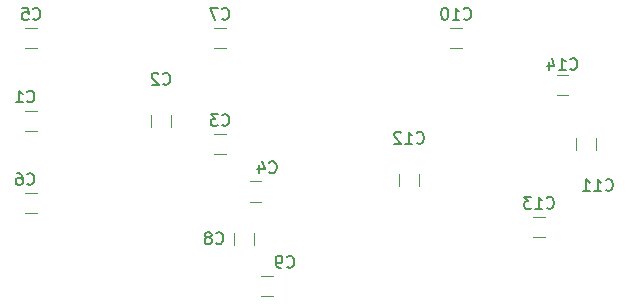
<source format=gbo>
G04 #@! TF.FileFunction,Legend,Bot*
%FSLAX46Y46*%
G04 Gerber Fmt 4.6, Leading zero omitted, Abs format (unit mm)*
G04 Created by KiCad (PCBNEW 4.0.7-e2-6376~61~ubuntu18.04.1) date Thu Feb 13 11:23:38 2020*
%MOMM*%
%LPD*%
G01*
G04 APERTURE LIST*
%ADD10C,0.100000*%
%ADD11C,0.120000*%
%ADD12C,0.150000*%
G04 APERTURE END LIST*
D10*
D11*
X71500000Y-110150000D02*
X72500000Y-110150000D01*
X72500000Y-111850000D02*
X71500000Y-111850000D01*
X83850000Y-110500000D02*
X83850000Y-111500000D01*
X82150000Y-111500000D02*
X82150000Y-110500000D01*
X87500000Y-112150000D02*
X88500000Y-112150000D01*
X88500000Y-113850000D02*
X87500000Y-113850000D01*
X90500000Y-116150000D02*
X91500000Y-116150000D01*
X91500000Y-117850000D02*
X90500000Y-117850000D01*
X72500000Y-104850000D02*
X71500000Y-104850000D01*
X71500000Y-103150000D02*
X72500000Y-103150000D01*
X72500000Y-118850000D02*
X71500000Y-118850000D01*
X71500000Y-117150000D02*
X72500000Y-117150000D01*
X88500000Y-104850000D02*
X87500000Y-104850000D01*
X87500000Y-103150000D02*
X88500000Y-103150000D01*
X90850000Y-120500000D02*
X90850000Y-121500000D01*
X89150000Y-121500000D02*
X89150000Y-120500000D01*
X92500000Y-125850000D02*
X91500000Y-125850000D01*
X91500000Y-124150000D02*
X92500000Y-124150000D01*
X108500000Y-104850000D02*
X107500000Y-104850000D01*
X107500000Y-103150000D02*
X108500000Y-103150000D01*
X119850000Y-112500000D02*
X119850000Y-113500000D01*
X118150000Y-113500000D02*
X118150000Y-112500000D01*
X104850000Y-115500000D02*
X104850000Y-116500000D01*
X103150000Y-116500000D02*
X103150000Y-115500000D01*
X114500000Y-119150000D02*
X115500000Y-119150000D01*
X115500000Y-120850000D02*
X114500000Y-120850000D01*
X116500000Y-107150000D02*
X117500000Y-107150000D01*
X117500000Y-108850000D02*
X116500000Y-108850000D01*
D12*
X71666666Y-109357143D02*
X71714285Y-109404762D01*
X71857142Y-109452381D01*
X71952380Y-109452381D01*
X72095238Y-109404762D01*
X72190476Y-109309524D01*
X72238095Y-109214286D01*
X72285714Y-109023810D01*
X72285714Y-108880952D01*
X72238095Y-108690476D01*
X72190476Y-108595238D01*
X72095238Y-108500000D01*
X71952380Y-108452381D01*
X71857142Y-108452381D01*
X71714285Y-108500000D01*
X71666666Y-108547619D01*
X70714285Y-109452381D02*
X71285714Y-109452381D01*
X71000000Y-109452381D02*
X71000000Y-108452381D01*
X71095238Y-108595238D01*
X71190476Y-108690476D01*
X71285714Y-108738095D01*
X83166666Y-107857143D02*
X83214285Y-107904762D01*
X83357142Y-107952381D01*
X83452380Y-107952381D01*
X83595238Y-107904762D01*
X83690476Y-107809524D01*
X83738095Y-107714286D01*
X83785714Y-107523810D01*
X83785714Y-107380952D01*
X83738095Y-107190476D01*
X83690476Y-107095238D01*
X83595238Y-107000000D01*
X83452380Y-106952381D01*
X83357142Y-106952381D01*
X83214285Y-107000000D01*
X83166666Y-107047619D01*
X82785714Y-107047619D02*
X82738095Y-107000000D01*
X82642857Y-106952381D01*
X82404761Y-106952381D01*
X82309523Y-107000000D01*
X82261904Y-107047619D01*
X82214285Y-107142857D01*
X82214285Y-107238095D01*
X82261904Y-107380952D01*
X82833333Y-107952381D01*
X82214285Y-107952381D01*
X88166666Y-111357143D02*
X88214285Y-111404762D01*
X88357142Y-111452381D01*
X88452380Y-111452381D01*
X88595238Y-111404762D01*
X88690476Y-111309524D01*
X88738095Y-111214286D01*
X88785714Y-111023810D01*
X88785714Y-110880952D01*
X88738095Y-110690476D01*
X88690476Y-110595238D01*
X88595238Y-110500000D01*
X88452380Y-110452381D01*
X88357142Y-110452381D01*
X88214285Y-110500000D01*
X88166666Y-110547619D01*
X87833333Y-110452381D02*
X87214285Y-110452381D01*
X87547619Y-110833333D01*
X87404761Y-110833333D01*
X87309523Y-110880952D01*
X87261904Y-110928571D01*
X87214285Y-111023810D01*
X87214285Y-111261905D01*
X87261904Y-111357143D01*
X87309523Y-111404762D01*
X87404761Y-111452381D01*
X87690476Y-111452381D01*
X87785714Y-111404762D01*
X87833333Y-111357143D01*
X92166666Y-115357143D02*
X92214285Y-115404762D01*
X92357142Y-115452381D01*
X92452380Y-115452381D01*
X92595238Y-115404762D01*
X92690476Y-115309524D01*
X92738095Y-115214286D01*
X92785714Y-115023810D01*
X92785714Y-114880952D01*
X92738095Y-114690476D01*
X92690476Y-114595238D01*
X92595238Y-114500000D01*
X92452380Y-114452381D01*
X92357142Y-114452381D01*
X92214285Y-114500000D01*
X92166666Y-114547619D01*
X91309523Y-114785714D02*
X91309523Y-115452381D01*
X91547619Y-114404762D02*
X91785714Y-115119048D01*
X91166666Y-115119048D01*
X72166666Y-102357143D02*
X72214285Y-102404762D01*
X72357142Y-102452381D01*
X72452380Y-102452381D01*
X72595238Y-102404762D01*
X72690476Y-102309524D01*
X72738095Y-102214286D01*
X72785714Y-102023810D01*
X72785714Y-101880952D01*
X72738095Y-101690476D01*
X72690476Y-101595238D01*
X72595238Y-101500000D01*
X72452380Y-101452381D01*
X72357142Y-101452381D01*
X72214285Y-101500000D01*
X72166666Y-101547619D01*
X71261904Y-101452381D02*
X71738095Y-101452381D01*
X71785714Y-101928571D01*
X71738095Y-101880952D01*
X71642857Y-101833333D01*
X71404761Y-101833333D01*
X71309523Y-101880952D01*
X71261904Y-101928571D01*
X71214285Y-102023810D01*
X71214285Y-102261905D01*
X71261904Y-102357143D01*
X71309523Y-102404762D01*
X71404761Y-102452381D01*
X71642857Y-102452381D01*
X71738095Y-102404762D01*
X71785714Y-102357143D01*
X71666666Y-116357143D02*
X71714285Y-116404762D01*
X71857142Y-116452381D01*
X71952380Y-116452381D01*
X72095238Y-116404762D01*
X72190476Y-116309524D01*
X72238095Y-116214286D01*
X72285714Y-116023810D01*
X72285714Y-115880952D01*
X72238095Y-115690476D01*
X72190476Y-115595238D01*
X72095238Y-115500000D01*
X71952380Y-115452381D01*
X71857142Y-115452381D01*
X71714285Y-115500000D01*
X71666666Y-115547619D01*
X70809523Y-115452381D02*
X71000000Y-115452381D01*
X71095238Y-115500000D01*
X71142857Y-115547619D01*
X71238095Y-115690476D01*
X71285714Y-115880952D01*
X71285714Y-116261905D01*
X71238095Y-116357143D01*
X71190476Y-116404762D01*
X71095238Y-116452381D01*
X70904761Y-116452381D01*
X70809523Y-116404762D01*
X70761904Y-116357143D01*
X70714285Y-116261905D01*
X70714285Y-116023810D01*
X70761904Y-115928571D01*
X70809523Y-115880952D01*
X70904761Y-115833333D01*
X71095238Y-115833333D01*
X71190476Y-115880952D01*
X71238095Y-115928571D01*
X71285714Y-116023810D01*
X88166666Y-102357143D02*
X88214285Y-102404762D01*
X88357142Y-102452381D01*
X88452380Y-102452381D01*
X88595238Y-102404762D01*
X88690476Y-102309524D01*
X88738095Y-102214286D01*
X88785714Y-102023810D01*
X88785714Y-101880952D01*
X88738095Y-101690476D01*
X88690476Y-101595238D01*
X88595238Y-101500000D01*
X88452380Y-101452381D01*
X88357142Y-101452381D01*
X88214285Y-101500000D01*
X88166666Y-101547619D01*
X87833333Y-101452381D02*
X87166666Y-101452381D01*
X87595238Y-102452381D01*
X87666666Y-121357143D02*
X87714285Y-121404762D01*
X87857142Y-121452381D01*
X87952380Y-121452381D01*
X88095238Y-121404762D01*
X88190476Y-121309524D01*
X88238095Y-121214286D01*
X88285714Y-121023810D01*
X88285714Y-120880952D01*
X88238095Y-120690476D01*
X88190476Y-120595238D01*
X88095238Y-120500000D01*
X87952380Y-120452381D01*
X87857142Y-120452381D01*
X87714285Y-120500000D01*
X87666666Y-120547619D01*
X87095238Y-120880952D02*
X87190476Y-120833333D01*
X87238095Y-120785714D01*
X87285714Y-120690476D01*
X87285714Y-120642857D01*
X87238095Y-120547619D01*
X87190476Y-120500000D01*
X87095238Y-120452381D01*
X86904761Y-120452381D01*
X86809523Y-120500000D01*
X86761904Y-120547619D01*
X86714285Y-120642857D01*
X86714285Y-120690476D01*
X86761904Y-120785714D01*
X86809523Y-120833333D01*
X86904761Y-120880952D01*
X87095238Y-120880952D01*
X87190476Y-120928571D01*
X87238095Y-120976190D01*
X87285714Y-121071429D01*
X87285714Y-121261905D01*
X87238095Y-121357143D01*
X87190476Y-121404762D01*
X87095238Y-121452381D01*
X86904761Y-121452381D01*
X86809523Y-121404762D01*
X86761904Y-121357143D01*
X86714285Y-121261905D01*
X86714285Y-121071429D01*
X86761904Y-120976190D01*
X86809523Y-120928571D01*
X86904761Y-120880952D01*
X93666666Y-123357143D02*
X93714285Y-123404762D01*
X93857142Y-123452381D01*
X93952380Y-123452381D01*
X94095238Y-123404762D01*
X94190476Y-123309524D01*
X94238095Y-123214286D01*
X94285714Y-123023810D01*
X94285714Y-122880952D01*
X94238095Y-122690476D01*
X94190476Y-122595238D01*
X94095238Y-122500000D01*
X93952380Y-122452381D01*
X93857142Y-122452381D01*
X93714285Y-122500000D01*
X93666666Y-122547619D01*
X93190476Y-123452381D02*
X93000000Y-123452381D01*
X92904761Y-123404762D01*
X92857142Y-123357143D01*
X92761904Y-123214286D01*
X92714285Y-123023810D01*
X92714285Y-122642857D01*
X92761904Y-122547619D01*
X92809523Y-122500000D01*
X92904761Y-122452381D01*
X93095238Y-122452381D01*
X93190476Y-122500000D01*
X93238095Y-122547619D01*
X93285714Y-122642857D01*
X93285714Y-122880952D01*
X93238095Y-122976190D01*
X93190476Y-123023810D01*
X93095238Y-123071429D01*
X92904761Y-123071429D01*
X92809523Y-123023810D01*
X92761904Y-122976190D01*
X92714285Y-122880952D01*
X108642857Y-102357143D02*
X108690476Y-102404762D01*
X108833333Y-102452381D01*
X108928571Y-102452381D01*
X109071429Y-102404762D01*
X109166667Y-102309524D01*
X109214286Y-102214286D01*
X109261905Y-102023810D01*
X109261905Y-101880952D01*
X109214286Y-101690476D01*
X109166667Y-101595238D01*
X109071429Y-101500000D01*
X108928571Y-101452381D01*
X108833333Y-101452381D01*
X108690476Y-101500000D01*
X108642857Y-101547619D01*
X107690476Y-102452381D02*
X108261905Y-102452381D01*
X107976191Y-102452381D02*
X107976191Y-101452381D01*
X108071429Y-101595238D01*
X108166667Y-101690476D01*
X108261905Y-101738095D01*
X107071429Y-101452381D02*
X106976190Y-101452381D01*
X106880952Y-101500000D01*
X106833333Y-101547619D01*
X106785714Y-101642857D01*
X106738095Y-101833333D01*
X106738095Y-102071429D01*
X106785714Y-102261905D01*
X106833333Y-102357143D01*
X106880952Y-102404762D01*
X106976190Y-102452381D01*
X107071429Y-102452381D01*
X107166667Y-102404762D01*
X107214286Y-102357143D01*
X107261905Y-102261905D01*
X107309524Y-102071429D01*
X107309524Y-101833333D01*
X107261905Y-101642857D01*
X107214286Y-101547619D01*
X107166667Y-101500000D01*
X107071429Y-101452381D01*
X120642857Y-116857143D02*
X120690476Y-116904762D01*
X120833333Y-116952381D01*
X120928571Y-116952381D01*
X121071429Y-116904762D01*
X121166667Y-116809524D01*
X121214286Y-116714286D01*
X121261905Y-116523810D01*
X121261905Y-116380952D01*
X121214286Y-116190476D01*
X121166667Y-116095238D01*
X121071429Y-116000000D01*
X120928571Y-115952381D01*
X120833333Y-115952381D01*
X120690476Y-116000000D01*
X120642857Y-116047619D01*
X119690476Y-116952381D02*
X120261905Y-116952381D01*
X119976191Y-116952381D02*
X119976191Y-115952381D01*
X120071429Y-116095238D01*
X120166667Y-116190476D01*
X120261905Y-116238095D01*
X118738095Y-116952381D02*
X119309524Y-116952381D01*
X119023810Y-116952381D02*
X119023810Y-115952381D01*
X119119048Y-116095238D01*
X119214286Y-116190476D01*
X119309524Y-116238095D01*
X104642857Y-112857143D02*
X104690476Y-112904762D01*
X104833333Y-112952381D01*
X104928571Y-112952381D01*
X105071429Y-112904762D01*
X105166667Y-112809524D01*
X105214286Y-112714286D01*
X105261905Y-112523810D01*
X105261905Y-112380952D01*
X105214286Y-112190476D01*
X105166667Y-112095238D01*
X105071429Y-112000000D01*
X104928571Y-111952381D01*
X104833333Y-111952381D01*
X104690476Y-112000000D01*
X104642857Y-112047619D01*
X103690476Y-112952381D02*
X104261905Y-112952381D01*
X103976191Y-112952381D02*
X103976191Y-111952381D01*
X104071429Y-112095238D01*
X104166667Y-112190476D01*
X104261905Y-112238095D01*
X103309524Y-112047619D02*
X103261905Y-112000000D01*
X103166667Y-111952381D01*
X102928571Y-111952381D01*
X102833333Y-112000000D01*
X102785714Y-112047619D01*
X102738095Y-112142857D01*
X102738095Y-112238095D01*
X102785714Y-112380952D01*
X103357143Y-112952381D01*
X102738095Y-112952381D01*
X115642857Y-118357143D02*
X115690476Y-118404762D01*
X115833333Y-118452381D01*
X115928571Y-118452381D01*
X116071429Y-118404762D01*
X116166667Y-118309524D01*
X116214286Y-118214286D01*
X116261905Y-118023810D01*
X116261905Y-117880952D01*
X116214286Y-117690476D01*
X116166667Y-117595238D01*
X116071429Y-117500000D01*
X115928571Y-117452381D01*
X115833333Y-117452381D01*
X115690476Y-117500000D01*
X115642857Y-117547619D01*
X114690476Y-118452381D02*
X115261905Y-118452381D01*
X114976191Y-118452381D02*
X114976191Y-117452381D01*
X115071429Y-117595238D01*
X115166667Y-117690476D01*
X115261905Y-117738095D01*
X114357143Y-117452381D02*
X113738095Y-117452381D01*
X114071429Y-117833333D01*
X113928571Y-117833333D01*
X113833333Y-117880952D01*
X113785714Y-117928571D01*
X113738095Y-118023810D01*
X113738095Y-118261905D01*
X113785714Y-118357143D01*
X113833333Y-118404762D01*
X113928571Y-118452381D01*
X114214286Y-118452381D01*
X114309524Y-118404762D01*
X114357143Y-118357143D01*
X117642857Y-106607143D02*
X117690476Y-106654762D01*
X117833333Y-106702381D01*
X117928571Y-106702381D01*
X118071429Y-106654762D01*
X118166667Y-106559524D01*
X118214286Y-106464286D01*
X118261905Y-106273810D01*
X118261905Y-106130952D01*
X118214286Y-105940476D01*
X118166667Y-105845238D01*
X118071429Y-105750000D01*
X117928571Y-105702381D01*
X117833333Y-105702381D01*
X117690476Y-105750000D01*
X117642857Y-105797619D01*
X116690476Y-106702381D02*
X117261905Y-106702381D01*
X116976191Y-106702381D02*
X116976191Y-105702381D01*
X117071429Y-105845238D01*
X117166667Y-105940476D01*
X117261905Y-105988095D01*
X115833333Y-106035714D02*
X115833333Y-106702381D01*
X116071429Y-105654762D02*
X116309524Y-106369048D01*
X115690476Y-106369048D01*
M02*

</source>
